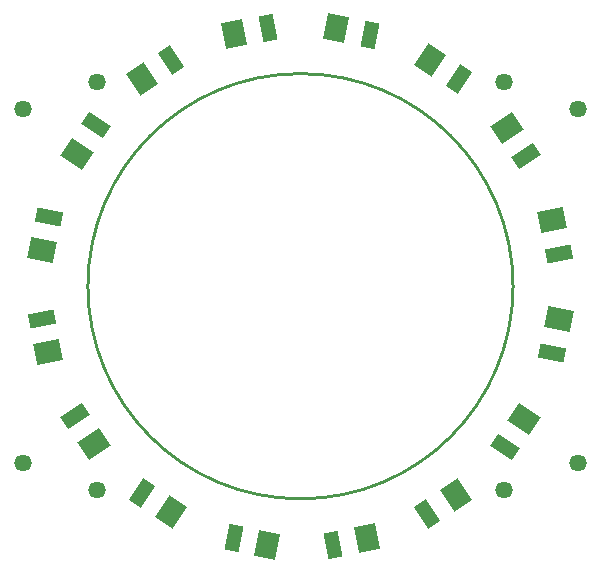
<source format=gts>
G04*
G04 #@! TF.GenerationSoftware,Altium Limited,Altium Designer,20.0.2 (26)*
G04*
G04 Layer_Color=8388736*
%FSLAX44Y44*%
%MOMM*%
G71*
G01*
G75*
%ADD11C,0.2540*%
G04:AMPARAMS|DCode=28|XSize=1.2032mm|YSize=2.2032mm|CornerRadius=0mm|HoleSize=0mm|Usage=FLASHONLY|Rotation=213.750|XOffset=0mm|YOffset=0mm|HoleType=Round|Shape=Rectangle|*
%AMROTATEDRECTD28*
4,1,4,-0.1118,1.2502,1.1122,-0.5817,0.1118,-1.2502,-1.1122,0.5817,-0.1118,1.2502,0.0*
%
%ADD28ROTATEDRECTD28*%

G04:AMPARAMS|DCode=29|XSize=1.8032mm|YSize=2.2032mm|CornerRadius=0mm|HoleSize=0mm|Usage=FLASHONLY|Rotation=213.750|XOffset=0mm|YOffset=0mm|HoleType=Round|Shape=Rectangle|*
%AMROTATEDRECTD29*
4,1,4,0.1376,1.4169,1.3617,-0.4150,-0.1376,-1.4169,-1.3617,0.4150,0.1376,1.4169,0.0*
%
%ADD29ROTATEDRECTD29*%

G04:AMPARAMS|DCode=30|XSize=1.8032mm|YSize=2.2032mm|CornerRadius=0mm|HoleSize=0mm|Usage=FLASHONLY|Rotation=101.250|XOffset=0mm|YOffset=0mm|HoleType=Round|Shape=Rectangle|*
%AMROTATEDRECTD30*
4,1,4,1.2563,-0.6694,-0.9045,-1.0992,-1.2563,0.6694,0.9045,1.0992,1.2563,-0.6694,0.0*
%
%ADD30ROTATEDRECTD30*%

G04:AMPARAMS|DCode=31|XSize=1.2032mm|YSize=2.2032mm|CornerRadius=0mm|HoleSize=0mm|Usage=FLASHONLY|Rotation=101.250|XOffset=0mm|YOffset=0mm|HoleType=Round|Shape=Rectangle|*
%AMROTATEDRECTD31*
4,1,4,1.1978,-0.3751,-0.9631,-0.8050,-1.1978,0.3751,0.9631,0.8050,1.1978,-0.3751,0.0*
%
%ADD31ROTATEDRECTD31*%

G04:AMPARAMS|DCode=32|XSize=1.2032mm|YSize=2.2032mm|CornerRadius=0mm|HoleSize=0mm|Usage=FLASHONLY|Rotation=78.750|XOffset=0mm|YOffset=0mm|HoleType=Round|Shape=Rectangle|*
%AMROTATEDRECTD32*
4,1,4,0.9631,-0.8050,-1.1978,-0.3751,-0.9631,0.8050,1.1978,0.3751,0.9631,-0.8050,0.0*
%
%ADD32ROTATEDRECTD32*%

G04:AMPARAMS|DCode=33|XSize=1.8032mm|YSize=2.2032mm|CornerRadius=0mm|HoleSize=0mm|Usage=FLASHONLY|Rotation=78.750|XOffset=0mm|YOffset=0mm|HoleType=Round|Shape=Rectangle|*
%AMROTATEDRECTD33*
4,1,4,0.9045,-1.0992,-1.2563,-0.6694,-0.9045,1.0992,1.2563,0.6694,0.9045,-1.0992,0.0*
%
%ADD33ROTATEDRECTD33*%

G04:AMPARAMS|DCode=34|XSize=1.8032mm|YSize=2.2032mm|CornerRadius=0mm|HoleSize=0mm|Usage=FLASHONLY|Rotation=56.250|XOffset=0mm|YOffset=0mm|HoleType=Round|Shape=Rectangle|*
%AMROTATEDRECTD34*
4,1,4,0.4150,-1.3617,-1.4169,-0.1376,-0.4150,1.3617,1.4169,0.1376,0.4150,-1.3617,0.0*
%
%ADD34ROTATEDRECTD34*%

G04:AMPARAMS|DCode=35|XSize=1.2032mm|YSize=2.2032mm|CornerRadius=0mm|HoleSize=0mm|Usage=FLASHONLY|Rotation=56.250|XOffset=0mm|YOffset=0mm|HoleType=Round|Shape=Rectangle|*
%AMROTATEDRECTD35*
4,1,4,0.5817,-1.1122,-1.2502,0.1118,-0.5817,1.1122,1.2502,-0.1118,0.5817,-1.1122,0.0*
%
%ADD35ROTATEDRECTD35*%

G04:AMPARAMS|DCode=36|XSize=1.8032mm|YSize=2.2032mm|CornerRadius=0mm|HoleSize=0mm|Usage=FLASHONLY|Rotation=11.250|XOffset=0mm|YOffset=0mm|HoleType=Round|Shape=Rectangle|*
%AMROTATEDRECTD36*
4,1,4,-0.6694,-1.2563,-1.0992,0.9045,0.6694,1.2563,1.0992,-0.9045,-0.6694,-1.2563,0.0*
%
%ADD36ROTATEDRECTD36*%

G04:AMPARAMS|DCode=37|XSize=1.2032mm|YSize=2.2032mm|CornerRadius=0mm|HoleSize=0mm|Usage=FLASHONLY|Rotation=11.250|XOffset=0mm|YOffset=0mm|HoleType=Round|Shape=Rectangle|*
%AMROTATEDRECTD37*
4,1,4,-0.3751,-1.1978,-0.8050,0.9631,0.3751,1.1978,0.8050,-0.9631,-0.3751,-1.1978,0.0*
%
%ADD37ROTATEDRECTD37*%

G04:AMPARAMS|DCode=38|XSize=1.2032mm|YSize=2.2032mm|CornerRadius=0mm|HoleSize=0mm|Usage=FLASHONLY|Rotation=348.750|XOffset=0mm|YOffset=0mm|HoleType=Round|Shape=Rectangle|*
%AMROTATEDRECTD38*
4,1,4,-0.8050,-0.9631,-0.3751,1.1978,0.8050,0.9631,0.3751,-1.1978,-0.8050,-0.9631,0.0*
%
%ADD38ROTATEDRECTD38*%

G04:AMPARAMS|DCode=39|XSize=1.8032mm|YSize=2.2032mm|CornerRadius=0mm|HoleSize=0mm|Usage=FLASHONLY|Rotation=348.750|XOffset=0mm|YOffset=0mm|HoleType=Round|Shape=Rectangle|*
%AMROTATEDRECTD39*
4,1,4,-1.0992,-0.9045,-0.6694,1.2563,1.0992,0.9045,0.6694,-1.2563,-1.0992,-0.9045,0.0*
%
%ADD39ROTATEDRECTD39*%

G04:AMPARAMS|DCode=40|XSize=1.8032mm|YSize=2.2032mm|CornerRadius=0mm|HoleSize=0mm|Usage=FLASHONLY|Rotation=326.250|XOffset=0mm|YOffset=0mm|HoleType=Round|Shape=Rectangle|*
%AMROTATEDRECTD40*
4,1,4,-1.3617,-0.4150,-0.1376,1.4169,1.3617,0.4150,0.1376,-1.4169,-1.3617,-0.4150,0.0*
%
%ADD40ROTATEDRECTD40*%

G04:AMPARAMS|DCode=41|XSize=1.2032mm|YSize=2.2032mm|CornerRadius=0mm|HoleSize=0mm|Usage=FLASHONLY|Rotation=326.250|XOffset=0mm|YOffset=0mm|HoleType=Round|Shape=Rectangle|*
%AMROTATEDRECTD41*
4,1,4,-1.1122,-0.5817,0.1118,1.2502,1.1122,0.5817,-0.1118,-1.2502,-1.1122,-0.5817,0.0*
%
%ADD41ROTATEDRECTD41*%

G04:AMPARAMS|DCode=42|XSize=1.2032mm|YSize=2.2032mm|CornerRadius=0mm|HoleSize=0mm|Usage=FLASHONLY|Rotation=303.750|XOffset=0mm|YOffset=0mm|HoleType=Round|Shape=Rectangle|*
%AMROTATEDRECTD42*
4,1,4,-1.2502,-0.1118,0.5817,1.1122,1.2502,0.1118,-0.5817,-1.1122,-1.2502,-0.1118,0.0*
%
%ADD42ROTATEDRECTD42*%

G04:AMPARAMS|DCode=43|XSize=1.8032mm|YSize=2.2032mm|CornerRadius=0mm|HoleSize=0mm|Usage=FLASHONLY|Rotation=303.750|XOffset=0mm|YOffset=0mm|HoleType=Round|Shape=Rectangle|*
%AMROTATEDRECTD43*
4,1,4,-1.4169,0.1376,0.4150,1.3617,1.4169,-0.1376,-0.4150,-1.3617,-1.4169,0.1376,0.0*
%
%ADD43ROTATEDRECTD43*%

%ADD44C,1.4572*%
D11*
X180000Y0D02*
G03*
X180000Y0I-180000J0D01*
G01*
D28*
X-109809Y191217D02*
D03*
X107346Y-193039D02*
D03*
D29*
X-133922Y175105D02*
D03*
X131459Y-176928D02*
D03*
D30*
X213364Y55930D02*
D03*
X-213364Y-55930D02*
D03*
D31*
X219021Y27487D02*
D03*
X-219021Y-27487D02*
D03*
D32*
X213044Y-56588D02*
D03*
X-212779Y58873D02*
D03*
D33*
X218702Y-28145D02*
D03*
X-218436Y30430D02*
D03*
D34*
X189550Y-112303D02*
D03*
X-189550Y112303D02*
D03*
D35*
X173438Y-136416D02*
D03*
X-173438Y136416D02*
D03*
D36*
X55930Y-213364D02*
D03*
X-55930Y213364D02*
D03*
D37*
X27487Y-219021D02*
D03*
X-27487Y219021D02*
D03*
D38*
X-56588Y-213044D02*
D03*
X58873Y212779D02*
D03*
D39*
X-28145Y-218702D02*
D03*
X30430Y218436D02*
D03*
D40*
X-109841Y-191372D02*
D03*
X109841Y191372D02*
D03*
D41*
X-133954Y-175261D02*
D03*
X133954Y175261D02*
D03*
D42*
X-191217Y-109809D02*
D03*
X191217Y109809D02*
D03*
D43*
X-175105Y-133922D02*
D03*
X175105Y133922D02*
D03*
D44*
X-235000Y150000D02*
D03*
Y-150000D02*
D03*
X235000D02*
D03*
X-172500Y-172500D02*
D03*
X172500D02*
D03*
Y172500D02*
D03*
X-172500D02*
D03*
X235000Y150000D02*
D03*
M02*

</source>
